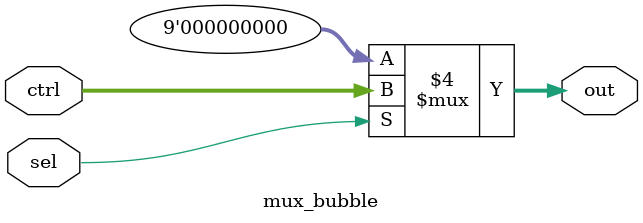
<source format=v>
`timescale 1ns / 1ps
module mux_bubble(sel, ctrl, out);
	input sel;
	input[8:0] ctrl;
	output reg [8:0] out;
	
	always @(*)
	begin
	//sel = 1 is high selects control lines
		if(sel == 1)
			begin
			out <= ctrl;
			end
		//sel = 0 bubble  
		else
			out <= 0;
	end
endmodule

</source>
